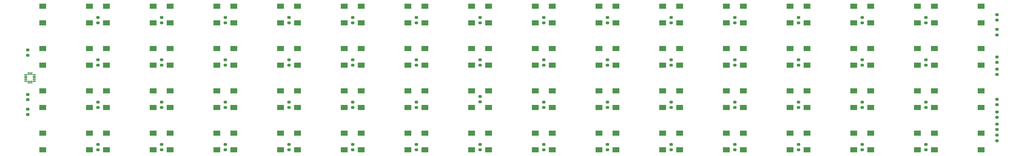
<source format=gtp>
G04 #@! TF.GenerationSoftware,KiCad,Pcbnew,8.0.6*
G04 #@! TF.CreationDate,2025-05-06T17:21:28+09:00*
G04 #@! TF.ProjectId,PCB_Keys,5043425f-4b65-4797-932e-6b696361645f,rev?*
G04 #@! TF.SameCoordinates,Original*
G04 #@! TF.FileFunction,Paste,Top*
G04 #@! TF.FilePolarity,Positive*
%FSLAX46Y46*%
G04 Gerber Fmt 4.6, Leading zero omitted, Abs format (unit mm)*
G04 Created by KiCad (PCBNEW 8.0.6) date 2025-05-06 17:21:28*
%MOMM*%
%LPD*%
G01*
G04 APERTURE LIST*
G04 Aperture macros list*
%AMRoundRect*
0 Rectangle with rounded corners*
0 $1 Rounding radius*
0 $2 $3 $4 $5 $6 $7 $8 $9 X,Y pos of 4 corners*
0 Add a 4 corners polygon primitive as box body*
4,1,4,$2,$3,$4,$5,$6,$7,$8,$9,$2,$3,0*
0 Add four circle primitives for the rounded corners*
1,1,$1+$1,$2,$3*
1,1,$1+$1,$4,$5*
1,1,$1+$1,$6,$7*
1,1,$1+$1,$8,$9*
0 Add four rect primitives between the rounded corners*
20,1,$1+$1,$2,$3,$4,$5,0*
20,1,$1+$1,$4,$5,$6,$7,0*
20,1,$1+$1,$6,$7,$8,$9,0*
20,1,$1+$1,$8,$9,$2,$3,0*%
G04 Aperture macros list end*
%ADD10R,2.000000X1.500000*%
%ADD11RoundRect,0.200000X0.275000X-0.200000X0.275000X0.200000X-0.275000X0.200000X-0.275000X-0.200000X0*%
%ADD12RoundRect,0.200000X-0.275000X0.200000X-0.275000X-0.200000X0.275000X-0.200000X0.275000X0.200000X0*%
%ADD13RoundRect,0.225000X-0.250000X0.225000X-0.250000X-0.225000X0.250000X-0.225000X0.250000X0.225000X0*%
%ADD14R,0.813000X0.305000*%
%ADD15R,0.305000X0.813000*%
G04 APERTURE END LIST*
D10*
X200955000Y-140550000D03*
X214955000Y-140550000D03*
X200955000Y-145550000D03*
X214955000Y-145550000D03*
X181905000Y-153250000D03*
X195905000Y-153250000D03*
X181905000Y-158250000D03*
X195905000Y-158250000D03*
X258105000Y-140550000D03*
X272105000Y-140550000D03*
X258105000Y-145550000D03*
X272105000Y-145550000D03*
X67605000Y-165950000D03*
X81605000Y-165950000D03*
X67605000Y-170950000D03*
X81605000Y-170950000D03*
X181905000Y-165950000D03*
X195905000Y-165950000D03*
X181905000Y-170950000D03*
X195905000Y-170950000D03*
D11*
X122230000Y-158290000D03*
X122230000Y-156640000D03*
X312730000Y-132890000D03*
X312730000Y-131240000D03*
X160330000Y-170990000D03*
X160330000Y-169340000D03*
X353085000Y-148360000D03*
X353085000Y-146710000D03*
X160330000Y-158290000D03*
X160330000Y-156640000D03*
D10*
X162855000Y-140550000D03*
X176855000Y-140550000D03*
X162855000Y-145550000D03*
X176855000Y-145550000D03*
X67605000Y-153250000D03*
X81605000Y-153250000D03*
X67605000Y-158250000D03*
X81605000Y-158250000D03*
X239055000Y-140550000D03*
X253055000Y-140550000D03*
X239055000Y-145550000D03*
X253055000Y-145550000D03*
D11*
X331780000Y-170990000D03*
X331780000Y-169340000D03*
X122230000Y-132890000D03*
X122230000Y-131240000D03*
D10*
X124755000Y-127850000D03*
X138755000Y-127850000D03*
X124755000Y-132850000D03*
X138755000Y-132850000D03*
X315255000Y-153250000D03*
X329255000Y-153250000D03*
X315255000Y-158250000D03*
X329255000Y-158250000D03*
X105705000Y-153250000D03*
X119705000Y-153250000D03*
X105705000Y-158250000D03*
X119705000Y-158250000D03*
X220005000Y-127850000D03*
X234005000Y-127850000D03*
X220005000Y-132850000D03*
X234005000Y-132850000D03*
D11*
X255580000Y-170990000D03*
X255580000Y-169340000D03*
X353085000Y-168235000D03*
X353085000Y-166585000D03*
D10*
X181905000Y-140550000D03*
X195905000Y-140550000D03*
X181905000Y-145550000D03*
X195905000Y-145550000D03*
D11*
X312730000Y-158290000D03*
X312730000Y-156640000D03*
X84130000Y-132890000D03*
X84130000Y-131240000D03*
D10*
X239055000Y-165950000D03*
X253055000Y-165950000D03*
X239055000Y-170950000D03*
X253055000Y-170950000D03*
D12*
X353085000Y-163220000D03*
X353085000Y-164870000D03*
D10*
X220005000Y-165950000D03*
X234005000Y-165950000D03*
X220005000Y-170950000D03*
X234005000Y-170950000D03*
X162855000Y-127850000D03*
X176855000Y-127850000D03*
X162855000Y-132850000D03*
X176855000Y-132850000D03*
X220005000Y-153250000D03*
X234005000Y-153250000D03*
X220005000Y-158250000D03*
X234005000Y-158250000D03*
D11*
X353085000Y-161250000D03*
X353085000Y-159600000D03*
X103180000Y-158290000D03*
X103180000Y-156640000D03*
X217480000Y-132890000D03*
X217480000Y-131240000D03*
X179380000Y-158290000D03*
X179380000Y-156640000D03*
D13*
X63175000Y-154340000D03*
X63175000Y-155890000D03*
D10*
X277155000Y-165950000D03*
X291155000Y-165950000D03*
X277155000Y-170950000D03*
X291155000Y-170950000D03*
X86655000Y-140550000D03*
X100655000Y-140550000D03*
X86655000Y-145550000D03*
X100655000Y-145550000D03*
D11*
X274630000Y-145590000D03*
X274630000Y-143940000D03*
D10*
X143805000Y-165950000D03*
X157805000Y-165950000D03*
X143805000Y-170950000D03*
X157805000Y-170950000D03*
D11*
X274630000Y-132890000D03*
X274630000Y-131240000D03*
X236530000Y-132890000D03*
X236530000Y-131240000D03*
D10*
X296205000Y-127850000D03*
X310205000Y-127850000D03*
X296205000Y-132850000D03*
X310205000Y-132850000D03*
D11*
X274630000Y-170990000D03*
X274630000Y-169340000D03*
D10*
X200955000Y-153250000D03*
X214955000Y-153250000D03*
X200955000Y-158250000D03*
X214955000Y-158250000D03*
D11*
X293680000Y-145590000D03*
X293680000Y-143940000D03*
X179380000Y-170990000D03*
X179380000Y-169340000D03*
X331780000Y-158290000D03*
X331780000Y-156640000D03*
X255580000Y-132890000D03*
X255580000Y-131240000D03*
D14*
X65090000Y-150400000D03*
X65090000Y-149900000D03*
X65090000Y-149400000D03*
X65090000Y-148900000D03*
X65090000Y-148400000D03*
D15*
X64315000Y-148125000D03*
X63815000Y-148125000D03*
X63315000Y-148125000D03*
D14*
X62540000Y-148400000D03*
X62540000Y-148900000D03*
X62540000Y-149400000D03*
X62540000Y-149900000D03*
X62540000Y-150400000D03*
D15*
X63315000Y-150675000D03*
X63815000Y-150675000D03*
X64315000Y-150675000D03*
D11*
X293680000Y-170990000D03*
X293680000Y-169340000D03*
D10*
X124755000Y-140550000D03*
X138755000Y-140550000D03*
X124755000Y-145550000D03*
X138755000Y-145550000D03*
X181905000Y-127850000D03*
X195905000Y-127850000D03*
X181905000Y-132850000D03*
X195905000Y-132850000D03*
D11*
X84130000Y-158290000D03*
X84130000Y-156640000D03*
D10*
X200955000Y-127850000D03*
X214955000Y-127850000D03*
X200955000Y-132850000D03*
X214955000Y-132850000D03*
X124755000Y-165950000D03*
X138755000Y-165950000D03*
X124755000Y-170950000D03*
X138755000Y-170950000D03*
D11*
X103180000Y-132890000D03*
X103180000Y-131240000D03*
X255580000Y-145590000D03*
X255580000Y-143940000D03*
D10*
X239055000Y-153250000D03*
X253055000Y-153250000D03*
X239055000Y-158250000D03*
X253055000Y-158250000D03*
D11*
X312730000Y-170990000D03*
X312730000Y-169340000D03*
D10*
X334305000Y-140550000D03*
X348305000Y-140550000D03*
X334305000Y-145550000D03*
X348305000Y-145550000D03*
D11*
X141280000Y-132890000D03*
X141280000Y-131240000D03*
D10*
X258105000Y-165950000D03*
X272105000Y-165950000D03*
X258105000Y-170950000D03*
X272105000Y-170950000D03*
D11*
X103180000Y-145590000D03*
X103180000Y-143940000D03*
D10*
X143805000Y-127850000D03*
X157805000Y-127850000D03*
X143805000Y-132850000D03*
X157805000Y-132850000D03*
D11*
X217480000Y-170990000D03*
X217480000Y-169340000D03*
D10*
X162855000Y-153250000D03*
X176855000Y-153250000D03*
X162855000Y-158250000D03*
X176855000Y-158250000D03*
D11*
X160330000Y-132890000D03*
X160330000Y-131240000D03*
D10*
X105705000Y-165950000D03*
X119705000Y-165950000D03*
X105705000Y-170950000D03*
X119705000Y-170950000D03*
D11*
X141280000Y-145590000D03*
X141280000Y-143940000D03*
X217480000Y-145590000D03*
X217480000Y-143940000D03*
X236530000Y-145590000D03*
X236530000Y-143940000D03*
X293680000Y-132890000D03*
X293680000Y-131240000D03*
X84130000Y-145590000D03*
X84130000Y-143940000D03*
X353085000Y-136485000D03*
X353085000Y-134835000D03*
X331780000Y-132890000D03*
X331780000Y-131240000D03*
D10*
X334305000Y-153250000D03*
X348305000Y-153250000D03*
X334305000Y-158250000D03*
X348305000Y-158250000D03*
X200955000Y-165950000D03*
X214955000Y-165950000D03*
X200955000Y-170950000D03*
X214955000Y-170950000D03*
X105705000Y-140550000D03*
X119705000Y-140550000D03*
X105705000Y-145550000D03*
X119705000Y-145550000D03*
D11*
X122230000Y-170990000D03*
X122230000Y-169340000D03*
D10*
X315255000Y-140550000D03*
X329255000Y-140550000D03*
X315255000Y-145550000D03*
X329255000Y-145550000D03*
D13*
X63175000Y-158785000D03*
X63175000Y-160335000D03*
D10*
X239055000Y-127850000D03*
X253055000Y-127850000D03*
X239055000Y-132850000D03*
X253055000Y-132850000D03*
X143805000Y-140550000D03*
X157805000Y-140550000D03*
X143805000Y-145550000D03*
X157805000Y-145550000D03*
D11*
X122230000Y-145590000D03*
X122230000Y-143940000D03*
D10*
X86655000Y-153250000D03*
X100655000Y-153250000D03*
X86655000Y-158250000D03*
X100655000Y-158250000D03*
X258105000Y-153250000D03*
X272105000Y-153250000D03*
X258105000Y-158250000D03*
X272105000Y-158250000D03*
X124755000Y-153250000D03*
X138755000Y-153250000D03*
X124755000Y-158250000D03*
X138755000Y-158250000D03*
X296205000Y-140550000D03*
X310205000Y-140550000D03*
X296205000Y-145550000D03*
X310205000Y-145550000D03*
D11*
X217480000Y-158290000D03*
X217480000Y-156640000D03*
D10*
X86655000Y-165950000D03*
X100655000Y-165950000D03*
X86655000Y-170950000D03*
X100655000Y-170950000D03*
D11*
X179380000Y-132890000D03*
X179380000Y-131240000D03*
D10*
X143805000Y-153250000D03*
X157805000Y-153250000D03*
X143805000Y-158250000D03*
X157805000Y-158250000D03*
D11*
X103180000Y-170990000D03*
X103180000Y-169340000D03*
X179380000Y-145590000D03*
X179380000Y-143940000D03*
X293680000Y-158290000D03*
X293680000Y-156640000D03*
X141280000Y-158290000D03*
X141280000Y-156640000D03*
X198430000Y-156575000D03*
X198430000Y-154925000D03*
X312730000Y-145590000D03*
X312730000Y-143940000D03*
D12*
X63175000Y-140955000D03*
X63175000Y-142605000D03*
D10*
X105705000Y-127850000D03*
X119705000Y-127850000D03*
X105705000Y-132850000D03*
X119705000Y-132850000D03*
X162855000Y-165950000D03*
X176855000Y-165950000D03*
X162855000Y-170950000D03*
X176855000Y-170950000D03*
X277155000Y-153250000D03*
X291155000Y-153250000D03*
X277155000Y-158250000D03*
X291155000Y-158250000D03*
X258105000Y-127850000D03*
X272105000Y-127850000D03*
X258105000Y-132850000D03*
X272105000Y-132850000D03*
X67605000Y-140550000D03*
X81605000Y-140550000D03*
X67605000Y-145550000D03*
X81605000Y-145550000D03*
D12*
X353085000Y-155790000D03*
X353085000Y-157440000D03*
D11*
X160330000Y-145590000D03*
X160330000Y-143940000D03*
D12*
X353085000Y-130390000D03*
X353085000Y-132040000D03*
D10*
X86655000Y-127850000D03*
X100655000Y-127850000D03*
X86655000Y-132850000D03*
X100655000Y-132850000D03*
D11*
X236530000Y-170990000D03*
X236530000Y-169340000D03*
D10*
X334305000Y-165950000D03*
X348305000Y-165950000D03*
X334305000Y-170950000D03*
X348305000Y-170950000D03*
X296205000Y-165950000D03*
X310205000Y-165950000D03*
X296205000Y-170950000D03*
X310205000Y-170950000D03*
D11*
X198430000Y-145590000D03*
X198430000Y-143940000D03*
X198430000Y-132890000D03*
X198430000Y-131240000D03*
D10*
X315255000Y-165950000D03*
X329255000Y-165950000D03*
X315255000Y-170950000D03*
X329255000Y-170950000D03*
D11*
X198430000Y-170990000D03*
X198430000Y-169340000D03*
D10*
X277155000Y-127850000D03*
X291155000Y-127850000D03*
X277155000Y-132850000D03*
X291155000Y-132850000D03*
X67605000Y-127850000D03*
X81605000Y-127850000D03*
X67605000Y-132850000D03*
X81605000Y-132850000D03*
D11*
X236530000Y-158290000D03*
X236530000Y-156640000D03*
D12*
X353085000Y-143090000D03*
X353085000Y-144740000D03*
D11*
X255580000Y-158290000D03*
X255580000Y-156640000D03*
D10*
X220005000Y-140550000D03*
X234005000Y-140550000D03*
X220005000Y-145550000D03*
X234005000Y-145550000D03*
X315255000Y-127850000D03*
X329255000Y-127850000D03*
X315255000Y-132850000D03*
X329255000Y-132850000D03*
D11*
X84130000Y-170990000D03*
X84130000Y-169340000D03*
D10*
X334305000Y-127850000D03*
X348305000Y-127850000D03*
X334305000Y-132850000D03*
X348305000Y-132850000D03*
X277155000Y-140550000D03*
X291155000Y-140550000D03*
X277155000Y-145550000D03*
X291155000Y-145550000D03*
X296205000Y-153250000D03*
X310205000Y-153250000D03*
X296205000Y-158250000D03*
X310205000Y-158250000D03*
D11*
X274630000Y-158290000D03*
X274630000Y-156640000D03*
X141280000Y-170990000D03*
X141280000Y-169340000D03*
X331780000Y-145590000D03*
X331780000Y-143940000D03*
M02*

</source>
